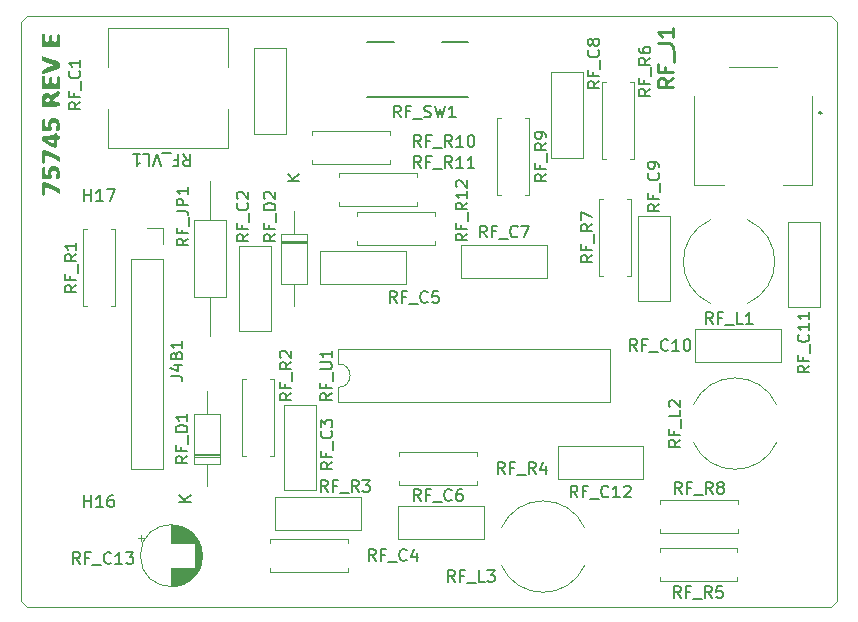
<source format=gbr>
%TF.GenerationSoftware,KiCad,Pcbnew,6.0.11-2627ca5db0~126~ubuntu22.04.1*%
%TF.CreationDate,2023-04-08T21:15:58-04:00*%
%TF.ProjectId,sub_rf_mod,7375625f-7266-45f6-9d6f-642e6b696361,rev?*%
%TF.SameCoordinates,Original*%
%TF.FileFunction,Legend,Top*%
%TF.FilePolarity,Positive*%
%FSLAX46Y46*%
G04 Gerber Fmt 4.6, Leading zero omitted, Abs format (unit mm)*
G04 Created by KiCad (PCBNEW 6.0.11-2627ca5db0~126~ubuntu22.04.1) date 2023-04-08 21:15:58*
%MOMM*%
%LPD*%
G01*
G04 APERTURE LIST*
%TA.AperFunction,Profile*%
%ADD10C,0.100000*%
%TD*%
%ADD11C,0.150000*%
%ADD12C,0.254000*%
%ADD13C,0.120000*%
%ADD14C,0.100000*%
%ADD15C,0.200000*%
G04 APERTURE END LIST*
D10*
X110744000Y-71374000D02*
X178816000Y-71374000D01*
X110744000Y-71374000D02*
X110236000Y-71882000D01*
X179324000Y-120904000D02*
X179324000Y-71882000D01*
X178816000Y-71374000D02*
X179324000Y-71882000D01*
X110236000Y-120904000D02*
X110744000Y-121412000D01*
X110236000Y-120904000D02*
X110236000Y-71882000D01*
X178816000Y-121412000D02*
X179324000Y-120904000D01*
X110744000Y-121412000D02*
X178816000Y-121412000D01*
D11*
%TO.C,RF_C10*%
X162385619Y-99766380D02*
X162052285Y-99290190D01*
X161814190Y-99766380D02*
X161814190Y-98766380D01*
X162195142Y-98766380D01*
X162290380Y-98814000D01*
X162338000Y-98861619D01*
X162385619Y-98956857D01*
X162385619Y-99099714D01*
X162338000Y-99194952D01*
X162290380Y-99242571D01*
X162195142Y-99290190D01*
X161814190Y-99290190D01*
X163147523Y-99242571D02*
X162814190Y-99242571D01*
X162814190Y-99766380D02*
X162814190Y-98766380D01*
X163290380Y-98766380D01*
X163433238Y-99861619D02*
X164195142Y-99861619D01*
X165004666Y-99671142D02*
X164957047Y-99718761D01*
X164814190Y-99766380D01*
X164718952Y-99766380D01*
X164576095Y-99718761D01*
X164480857Y-99623523D01*
X164433238Y-99528285D01*
X164385619Y-99337809D01*
X164385619Y-99194952D01*
X164433238Y-99004476D01*
X164480857Y-98909238D01*
X164576095Y-98814000D01*
X164718952Y-98766380D01*
X164814190Y-98766380D01*
X164957047Y-98814000D01*
X165004666Y-98861619D01*
X165957047Y-99766380D02*
X165385619Y-99766380D01*
X165671333Y-99766380D02*
X165671333Y-98766380D01*
X165576095Y-98909238D01*
X165480857Y-99004476D01*
X165385619Y-99052095D01*
X166576095Y-98766380D02*
X166671333Y-98766380D01*
X166766571Y-98814000D01*
X166814190Y-98861619D01*
X166861809Y-98956857D01*
X166909428Y-99147333D01*
X166909428Y-99385428D01*
X166861809Y-99575904D01*
X166814190Y-99671142D01*
X166766571Y-99718761D01*
X166671333Y-99766380D01*
X166576095Y-99766380D01*
X166480857Y-99718761D01*
X166433238Y-99671142D01*
X166385619Y-99575904D01*
X166338000Y-99385428D01*
X166338000Y-99147333D01*
X166385619Y-98956857D01*
X166433238Y-98861619D01*
X166480857Y-98814000D01*
X166576095Y-98766380D01*
%TO.C,RF_JP1*%
X124404380Y-90249142D02*
X123928190Y-90582476D01*
X124404380Y-90820571D02*
X123404380Y-90820571D01*
X123404380Y-90439619D01*
X123452000Y-90344380D01*
X123499619Y-90296761D01*
X123594857Y-90249142D01*
X123737714Y-90249142D01*
X123832952Y-90296761D01*
X123880571Y-90344380D01*
X123928190Y-90439619D01*
X123928190Y-90820571D01*
X123880571Y-89487238D02*
X123880571Y-89820571D01*
X124404380Y-89820571D02*
X123404380Y-89820571D01*
X123404380Y-89344380D01*
X124499619Y-89201523D02*
X124499619Y-88439619D01*
X123404380Y-87915809D02*
X124118666Y-87915809D01*
X124261523Y-87963428D01*
X124356761Y-88058666D01*
X124404380Y-88201523D01*
X124404380Y-88296761D01*
X124404380Y-87439619D02*
X123404380Y-87439619D01*
X123404380Y-87058666D01*
X123452000Y-86963428D01*
X123499619Y-86915809D01*
X123594857Y-86868190D01*
X123737714Y-86868190D01*
X123832952Y-86915809D01*
X123880571Y-86963428D01*
X123928190Y-87058666D01*
X123928190Y-87439619D01*
X124404380Y-85915809D02*
X124404380Y-86487238D01*
X124404380Y-86201523D02*
X123404380Y-86201523D01*
X123547238Y-86296761D01*
X123642476Y-86392000D01*
X123690095Y-86487238D01*
%TO.C,RF_C6*%
X144065809Y-112466380D02*
X143732476Y-111990190D01*
X143494380Y-112466380D02*
X143494380Y-111466380D01*
X143875333Y-111466380D01*
X143970571Y-111514000D01*
X144018190Y-111561619D01*
X144065809Y-111656857D01*
X144065809Y-111799714D01*
X144018190Y-111894952D01*
X143970571Y-111942571D01*
X143875333Y-111990190D01*
X143494380Y-111990190D01*
X144827714Y-111942571D02*
X144494380Y-111942571D01*
X144494380Y-112466380D02*
X144494380Y-111466380D01*
X144970571Y-111466380D01*
X145113428Y-112561619D02*
X145875333Y-112561619D01*
X146684857Y-112371142D02*
X146637238Y-112418761D01*
X146494380Y-112466380D01*
X146399142Y-112466380D01*
X146256285Y-112418761D01*
X146161047Y-112323523D01*
X146113428Y-112228285D01*
X146065809Y-112037809D01*
X146065809Y-111894952D01*
X146113428Y-111704476D01*
X146161047Y-111609238D01*
X146256285Y-111514000D01*
X146399142Y-111466380D01*
X146494380Y-111466380D01*
X146637238Y-111514000D01*
X146684857Y-111561619D01*
X147542000Y-111466380D02*
X147351523Y-111466380D01*
X147256285Y-111514000D01*
X147208666Y-111561619D01*
X147113428Y-111704476D01*
X147065809Y-111894952D01*
X147065809Y-112275904D01*
X147113428Y-112371142D01*
X147161047Y-112418761D01*
X147256285Y-112466380D01*
X147446761Y-112466380D01*
X147542000Y-112418761D01*
X147589619Y-112371142D01*
X147637238Y-112275904D01*
X147637238Y-112037809D01*
X147589619Y-111942571D01*
X147542000Y-111894952D01*
X147446761Y-111847333D01*
X147256285Y-111847333D01*
X147161047Y-111894952D01*
X147113428Y-111942571D01*
X147065809Y-112037809D01*
%TO.C,RF_C5*%
X142033809Y-95702380D02*
X141700476Y-95226190D01*
X141462380Y-95702380D02*
X141462380Y-94702380D01*
X141843333Y-94702380D01*
X141938571Y-94750000D01*
X141986190Y-94797619D01*
X142033809Y-94892857D01*
X142033809Y-95035714D01*
X141986190Y-95130952D01*
X141938571Y-95178571D01*
X141843333Y-95226190D01*
X141462380Y-95226190D01*
X142795714Y-95178571D02*
X142462380Y-95178571D01*
X142462380Y-95702380D02*
X142462380Y-94702380D01*
X142938571Y-94702380D01*
X143081428Y-95797619D02*
X143843333Y-95797619D01*
X144652857Y-95607142D02*
X144605238Y-95654761D01*
X144462380Y-95702380D01*
X144367142Y-95702380D01*
X144224285Y-95654761D01*
X144129047Y-95559523D01*
X144081428Y-95464285D01*
X144033809Y-95273809D01*
X144033809Y-95130952D01*
X144081428Y-94940476D01*
X144129047Y-94845238D01*
X144224285Y-94750000D01*
X144367142Y-94702380D01*
X144462380Y-94702380D01*
X144605238Y-94750000D01*
X144652857Y-94797619D01*
X145557619Y-94702380D02*
X145081428Y-94702380D01*
X145033809Y-95178571D01*
X145081428Y-95130952D01*
X145176666Y-95083333D01*
X145414761Y-95083333D01*
X145510000Y-95130952D01*
X145557619Y-95178571D01*
X145605238Y-95273809D01*
X145605238Y-95511904D01*
X145557619Y-95607142D01*
X145510000Y-95654761D01*
X145414761Y-95702380D01*
X145176666Y-95702380D01*
X145081428Y-95654761D01*
X145033809Y-95607142D01*
%TO.C,RF_R11*%
X144097619Y-84272380D02*
X143764285Y-83796190D01*
X143526190Y-84272380D02*
X143526190Y-83272380D01*
X143907142Y-83272380D01*
X144002380Y-83320000D01*
X144050000Y-83367619D01*
X144097619Y-83462857D01*
X144097619Y-83605714D01*
X144050000Y-83700952D01*
X144002380Y-83748571D01*
X143907142Y-83796190D01*
X143526190Y-83796190D01*
X144859523Y-83748571D02*
X144526190Y-83748571D01*
X144526190Y-84272380D02*
X144526190Y-83272380D01*
X145002380Y-83272380D01*
X145145238Y-84367619D02*
X145907142Y-84367619D01*
X146716666Y-84272380D02*
X146383333Y-83796190D01*
X146145238Y-84272380D02*
X146145238Y-83272380D01*
X146526190Y-83272380D01*
X146621428Y-83320000D01*
X146669047Y-83367619D01*
X146716666Y-83462857D01*
X146716666Y-83605714D01*
X146669047Y-83700952D01*
X146621428Y-83748571D01*
X146526190Y-83796190D01*
X146145238Y-83796190D01*
X147669047Y-84272380D02*
X147097619Y-84272380D01*
X147383333Y-84272380D02*
X147383333Y-83272380D01*
X147288095Y-83415238D01*
X147192857Y-83510476D01*
X147097619Y-83558095D01*
X148621428Y-84272380D02*
X148050000Y-84272380D01*
X148335714Y-84272380D02*
X148335714Y-83272380D01*
X148240476Y-83415238D01*
X148145238Y-83510476D01*
X148050000Y-83558095D01*
%TO.C,RF_C12*%
X157345619Y-112172380D02*
X157012285Y-111696190D01*
X156774190Y-112172380D02*
X156774190Y-111172380D01*
X157155142Y-111172380D01*
X157250380Y-111220000D01*
X157298000Y-111267619D01*
X157345619Y-111362857D01*
X157345619Y-111505714D01*
X157298000Y-111600952D01*
X157250380Y-111648571D01*
X157155142Y-111696190D01*
X156774190Y-111696190D01*
X158107523Y-111648571D02*
X157774190Y-111648571D01*
X157774190Y-112172380D02*
X157774190Y-111172380D01*
X158250380Y-111172380D01*
X158393238Y-112267619D02*
X159155142Y-112267619D01*
X159964666Y-112077142D02*
X159917047Y-112124761D01*
X159774190Y-112172380D01*
X159678952Y-112172380D01*
X159536095Y-112124761D01*
X159440857Y-112029523D01*
X159393238Y-111934285D01*
X159345619Y-111743809D01*
X159345619Y-111600952D01*
X159393238Y-111410476D01*
X159440857Y-111315238D01*
X159536095Y-111220000D01*
X159678952Y-111172380D01*
X159774190Y-111172380D01*
X159917047Y-111220000D01*
X159964666Y-111267619D01*
X160917047Y-112172380D02*
X160345619Y-112172380D01*
X160631333Y-112172380D02*
X160631333Y-111172380D01*
X160536095Y-111315238D01*
X160440857Y-111410476D01*
X160345619Y-111458095D01*
X161298000Y-111267619D02*
X161345619Y-111220000D01*
X161440857Y-111172380D01*
X161678952Y-111172380D01*
X161774190Y-111220000D01*
X161821809Y-111267619D01*
X161869428Y-111362857D01*
X161869428Y-111458095D01*
X161821809Y-111600952D01*
X161250380Y-112172380D01*
X161869428Y-112172380D01*
%TO.C,RF_R6*%
X163520380Y-77574190D02*
X163044190Y-77907523D01*
X163520380Y-78145619D02*
X162520380Y-78145619D01*
X162520380Y-77764666D01*
X162568000Y-77669428D01*
X162615619Y-77621809D01*
X162710857Y-77574190D01*
X162853714Y-77574190D01*
X162948952Y-77621809D01*
X162996571Y-77669428D01*
X163044190Y-77764666D01*
X163044190Y-78145619D01*
X162996571Y-76812285D02*
X162996571Y-77145619D01*
X163520380Y-77145619D02*
X162520380Y-77145619D01*
X162520380Y-76669428D01*
X163615619Y-76526571D02*
X163615619Y-75764666D01*
X163520380Y-74955142D02*
X163044190Y-75288476D01*
X163520380Y-75526571D02*
X162520380Y-75526571D01*
X162520380Y-75145619D01*
X162568000Y-75050380D01*
X162615619Y-75002761D01*
X162710857Y-74955142D01*
X162853714Y-74955142D01*
X162948952Y-75002761D01*
X162996571Y-75050380D01*
X163044190Y-75145619D01*
X163044190Y-75526571D01*
X162520380Y-74098000D02*
X162520380Y-74288476D01*
X162568000Y-74383714D01*
X162615619Y-74431333D01*
X162758476Y-74526571D01*
X162948952Y-74574190D01*
X163329904Y-74574190D01*
X163425142Y-74526571D01*
X163472761Y-74478952D01*
X163520380Y-74383714D01*
X163520380Y-74193238D01*
X163472761Y-74098000D01*
X163425142Y-74050380D01*
X163329904Y-74002761D01*
X163091809Y-74002761D01*
X162996571Y-74050380D01*
X162948952Y-74098000D01*
X162901333Y-74193238D01*
X162901333Y-74383714D01*
X162948952Y-74478952D01*
X162996571Y-74526571D01*
X163091809Y-74574190D01*
%TO.C,RF_C2*%
X129484380Y-89868190D02*
X129008190Y-90201523D01*
X129484380Y-90439619D02*
X128484380Y-90439619D01*
X128484380Y-90058666D01*
X128532000Y-89963428D01*
X128579619Y-89915809D01*
X128674857Y-89868190D01*
X128817714Y-89868190D01*
X128912952Y-89915809D01*
X128960571Y-89963428D01*
X129008190Y-90058666D01*
X129008190Y-90439619D01*
X128960571Y-89106285D02*
X128960571Y-89439619D01*
X129484380Y-89439619D02*
X128484380Y-89439619D01*
X128484380Y-88963428D01*
X129579619Y-88820571D02*
X129579619Y-88058666D01*
X129389142Y-87249142D02*
X129436761Y-87296761D01*
X129484380Y-87439619D01*
X129484380Y-87534857D01*
X129436761Y-87677714D01*
X129341523Y-87772952D01*
X129246285Y-87820571D01*
X129055809Y-87868190D01*
X128912952Y-87868190D01*
X128722476Y-87820571D01*
X128627238Y-87772952D01*
X128532000Y-87677714D01*
X128484380Y-87534857D01*
X128484380Y-87439619D01*
X128532000Y-87296761D01*
X128579619Y-87249142D01*
X128579619Y-86868190D02*
X128532000Y-86820571D01*
X128484380Y-86725333D01*
X128484380Y-86487238D01*
X128532000Y-86392000D01*
X128579619Y-86344380D01*
X128674857Y-86296761D01*
X128770095Y-86296761D01*
X128912952Y-86344380D01*
X129484380Y-86915809D01*
X129484380Y-86296761D01*
%TO.C,RF_C13*%
X115231395Y-117800380D02*
X114898061Y-117324190D01*
X114659966Y-117800380D02*
X114659966Y-116800380D01*
X115040918Y-116800380D01*
X115136156Y-116848000D01*
X115183776Y-116895619D01*
X115231395Y-116990857D01*
X115231395Y-117133714D01*
X115183776Y-117228952D01*
X115136156Y-117276571D01*
X115040918Y-117324190D01*
X114659966Y-117324190D01*
X115993299Y-117276571D02*
X115659966Y-117276571D01*
X115659966Y-117800380D02*
X115659966Y-116800380D01*
X116136156Y-116800380D01*
X116279014Y-117895619D02*
X117040918Y-117895619D01*
X117850442Y-117705142D02*
X117802823Y-117752761D01*
X117659966Y-117800380D01*
X117564728Y-117800380D01*
X117421871Y-117752761D01*
X117326633Y-117657523D01*
X117279014Y-117562285D01*
X117231395Y-117371809D01*
X117231395Y-117228952D01*
X117279014Y-117038476D01*
X117326633Y-116943238D01*
X117421871Y-116848000D01*
X117564728Y-116800380D01*
X117659966Y-116800380D01*
X117802823Y-116848000D01*
X117850442Y-116895619D01*
X118802823Y-117800380D02*
X118231395Y-117800380D01*
X118517109Y-117800380D02*
X118517109Y-116800380D01*
X118421871Y-116943238D01*
X118326633Y-117038476D01*
X118231395Y-117086095D01*
X119136156Y-116800380D02*
X119755204Y-116800380D01*
X119421871Y-117181333D01*
X119564728Y-117181333D01*
X119659966Y-117228952D01*
X119707585Y-117276571D01*
X119755204Y-117371809D01*
X119755204Y-117609904D01*
X119707585Y-117705142D01*
X119659966Y-117752761D01*
X119564728Y-117800380D01*
X119279014Y-117800380D01*
X119183776Y-117752761D01*
X119136156Y-117705142D01*
%TO.C,RF_R3*%
X136191809Y-111704380D02*
X135858476Y-111228190D01*
X135620380Y-111704380D02*
X135620380Y-110704380D01*
X136001333Y-110704380D01*
X136096571Y-110752000D01*
X136144190Y-110799619D01*
X136191809Y-110894857D01*
X136191809Y-111037714D01*
X136144190Y-111132952D01*
X136096571Y-111180571D01*
X136001333Y-111228190D01*
X135620380Y-111228190D01*
X136953714Y-111180571D02*
X136620380Y-111180571D01*
X136620380Y-111704380D02*
X136620380Y-110704380D01*
X137096571Y-110704380D01*
X137239428Y-111799619D02*
X138001333Y-111799619D01*
X138810857Y-111704380D02*
X138477523Y-111228190D01*
X138239428Y-111704380D02*
X138239428Y-110704380D01*
X138620380Y-110704380D01*
X138715619Y-110752000D01*
X138763238Y-110799619D01*
X138810857Y-110894857D01*
X138810857Y-111037714D01*
X138763238Y-111132952D01*
X138715619Y-111180571D01*
X138620380Y-111228190D01*
X138239428Y-111228190D01*
X139144190Y-110704380D02*
X139763238Y-110704380D01*
X139429904Y-111085333D01*
X139572761Y-111085333D01*
X139668000Y-111132952D01*
X139715619Y-111180571D01*
X139763238Y-111275809D01*
X139763238Y-111513904D01*
X139715619Y-111609142D01*
X139668000Y-111656761D01*
X139572761Y-111704380D01*
X139287047Y-111704380D01*
X139191809Y-111656761D01*
X139144190Y-111609142D01*
%TO.C,RF_L3*%
X146955047Y-119324380D02*
X146621714Y-118848190D01*
X146383619Y-119324380D02*
X146383619Y-118324380D01*
X146764571Y-118324380D01*
X146859809Y-118372000D01*
X146907428Y-118419619D01*
X146955047Y-118514857D01*
X146955047Y-118657714D01*
X146907428Y-118752952D01*
X146859809Y-118800571D01*
X146764571Y-118848190D01*
X146383619Y-118848190D01*
X147716952Y-118800571D02*
X147383619Y-118800571D01*
X147383619Y-119324380D02*
X147383619Y-118324380D01*
X147859809Y-118324380D01*
X148002666Y-119419619D02*
X148764571Y-119419619D01*
X149478857Y-119324380D02*
X149002666Y-119324380D01*
X149002666Y-118324380D01*
X149716952Y-118324380D02*
X150336000Y-118324380D01*
X150002666Y-118705333D01*
X150145523Y-118705333D01*
X150240761Y-118752952D01*
X150288380Y-118800571D01*
X150336000Y-118895809D01*
X150336000Y-119133904D01*
X150288380Y-119229142D01*
X150240761Y-119276761D01*
X150145523Y-119324380D01*
X149859809Y-119324380D01*
X149764571Y-119276761D01*
X149716952Y-119229142D01*
%TO.C,RF_C11*%
X176982380Y-101012380D02*
X176506190Y-101345714D01*
X176982380Y-101583809D02*
X175982380Y-101583809D01*
X175982380Y-101202857D01*
X176030000Y-101107619D01*
X176077619Y-101060000D01*
X176172857Y-101012380D01*
X176315714Y-101012380D01*
X176410952Y-101060000D01*
X176458571Y-101107619D01*
X176506190Y-101202857D01*
X176506190Y-101583809D01*
X176458571Y-100250476D02*
X176458571Y-100583809D01*
X176982380Y-100583809D02*
X175982380Y-100583809D01*
X175982380Y-100107619D01*
X177077619Y-99964761D02*
X177077619Y-99202857D01*
X176887142Y-98393333D02*
X176934761Y-98440952D01*
X176982380Y-98583809D01*
X176982380Y-98679047D01*
X176934761Y-98821904D01*
X176839523Y-98917142D01*
X176744285Y-98964761D01*
X176553809Y-99012380D01*
X176410952Y-99012380D01*
X176220476Y-98964761D01*
X176125238Y-98917142D01*
X176030000Y-98821904D01*
X175982380Y-98679047D01*
X175982380Y-98583809D01*
X176030000Y-98440952D01*
X176077619Y-98393333D01*
X176982380Y-97440952D02*
X176982380Y-98012380D01*
X176982380Y-97726666D02*
X175982380Y-97726666D01*
X176125238Y-97821904D01*
X176220476Y-97917142D01*
X176268095Y-98012380D01*
X176982380Y-96488571D02*
X176982380Y-97060000D01*
X176982380Y-96774285D02*
X175982380Y-96774285D01*
X176125238Y-96869523D01*
X176220476Y-96964761D01*
X176268095Y-97060000D01*
%TO.C,RF_D1*%
X124316380Y-108664190D02*
X123840190Y-108997523D01*
X124316380Y-109235619D02*
X123316380Y-109235619D01*
X123316380Y-108854666D01*
X123364000Y-108759428D01*
X123411619Y-108711809D01*
X123506857Y-108664190D01*
X123649714Y-108664190D01*
X123744952Y-108711809D01*
X123792571Y-108759428D01*
X123840190Y-108854666D01*
X123840190Y-109235619D01*
X123792571Y-107902285D02*
X123792571Y-108235619D01*
X124316380Y-108235619D02*
X123316380Y-108235619D01*
X123316380Y-107759428D01*
X124411619Y-107616571D02*
X124411619Y-106854666D01*
X124316380Y-106616571D02*
X123316380Y-106616571D01*
X123316380Y-106378476D01*
X123364000Y-106235619D01*
X123459238Y-106140380D01*
X123554476Y-106092761D01*
X123744952Y-106045142D01*
X123887809Y-106045142D01*
X124078285Y-106092761D01*
X124173523Y-106140380D01*
X124268761Y-106235619D01*
X124316380Y-106378476D01*
X124316380Y-106616571D01*
X124316380Y-105092761D02*
X124316380Y-105664190D01*
X124316380Y-105378476D02*
X123316380Y-105378476D01*
X123459238Y-105473714D01*
X123554476Y-105568952D01*
X123602095Y-105664190D01*
X124636380Y-112529904D02*
X123636380Y-112529904D01*
X124636380Y-111958476D02*
X124064952Y-112387047D01*
X123636380Y-111958476D02*
X124207809Y-112529904D01*
%TO.C,RF_D2*%
X131770380Y-89868190D02*
X131294190Y-90201523D01*
X131770380Y-90439619D02*
X130770380Y-90439619D01*
X130770380Y-90058666D01*
X130818000Y-89963428D01*
X130865619Y-89915809D01*
X130960857Y-89868190D01*
X131103714Y-89868190D01*
X131198952Y-89915809D01*
X131246571Y-89963428D01*
X131294190Y-90058666D01*
X131294190Y-90439619D01*
X131246571Y-89106285D02*
X131246571Y-89439619D01*
X131770380Y-89439619D02*
X130770380Y-89439619D01*
X130770380Y-88963428D01*
X131865619Y-88820571D02*
X131865619Y-88058666D01*
X131770380Y-87820571D02*
X130770380Y-87820571D01*
X130770380Y-87582476D01*
X130818000Y-87439619D01*
X130913238Y-87344380D01*
X131008476Y-87296761D01*
X131198952Y-87249142D01*
X131341809Y-87249142D01*
X131532285Y-87296761D01*
X131627523Y-87344380D01*
X131722761Y-87439619D01*
X131770380Y-87582476D01*
X131770380Y-87820571D01*
X130865619Y-86868190D02*
X130818000Y-86820571D01*
X130770380Y-86725333D01*
X130770380Y-86487238D01*
X130818000Y-86392000D01*
X130865619Y-86344380D01*
X130960857Y-86296761D01*
X131056095Y-86296761D01*
X131198952Y-86344380D01*
X131770380Y-86915809D01*
X131770380Y-86296761D01*
X133802380Y-85351904D02*
X132802380Y-85351904D01*
X133802380Y-84780476D02*
X133230952Y-85209047D01*
X132802380Y-84780476D02*
X133373809Y-85351904D01*
%TO.C,RF_C1*%
X115260380Y-78692190D02*
X114784190Y-79025523D01*
X115260380Y-79263619D02*
X114260380Y-79263619D01*
X114260380Y-78882666D01*
X114308000Y-78787428D01*
X114355619Y-78739809D01*
X114450857Y-78692190D01*
X114593714Y-78692190D01*
X114688952Y-78739809D01*
X114736571Y-78787428D01*
X114784190Y-78882666D01*
X114784190Y-79263619D01*
X114736571Y-77930285D02*
X114736571Y-78263619D01*
X115260380Y-78263619D02*
X114260380Y-78263619D01*
X114260380Y-77787428D01*
X115355619Y-77644571D02*
X115355619Y-76882666D01*
X115165142Y-76073142D02*
X115212761Y-76120761D01*
X115260380Y-76263619D01*
X115260380Y-76358857D01*
X115212761Y-76501714D01*
X115117523Y-76596952D01*
X115022285Y-76644571D01*
X114831809Y-76692190D01*
X114688952Y-76692190D01*
X114498476Y-76644571D01*
X114403238Y-76596952D01*
X114308000Y-76501714D01*
X114260380Y-76358857D01*
X114260380Y-76263619D01*
X114308000Y-76120761D01*
X114355619Y-76073142D01*
X115260380Y-75120761D02*
X115260380Y-75692190D01*
X115260380Y-75406476D02*
X114260380Y-75406476D01*
X114403238Y-75501714D01*
X114498476Y-75596952D01*
X114546095Y-75692190D01*
%TO.C,RF_R2*%
X133124380Y-103330190D02*
X132648190Y-103663523D01*
X133124380Y-103901619D02*
X132124380Y-103901619D01*
X132124380Y-103520666D01*
X132172000Y-103425428D01*
X132219619Y-103377809D01*
X132314857Y-103330190D01*
X132457714Y-103330190D01*
X132552952Y-103377809D01*
X132600571Y-103425428D01*
X132648190Y-103520666D01*
X132648190Y-103901619D01*
X132600571Y-102568285D02*
X132600571Y-102901619D01*
X133124380Y-102901619D02*
X132124380Y-102901619D01*
X132124380Y-102425428D01*
X133219619Y-102282571D02*
X133219619Y-101520666D01*
X133124380Y-100711142D02*
X132648190Y-101044476D01*
X133124380Y-101282571D02*
X132124380Y-101282571D01*
X132124380Y-100901619D01*
X132172000Y-100806380D01*
X132219619Y-100758761D01*
X132314857Y-100711142D01*
X132457714Y-100711142D01*
X132552952Y-100758761D01*
X132600571Y-100806380D01*
X132648190Y-100901619D01*
X132648190Y-101282571D01*
X132219619Y-100330190D02*
X132172000Y-100282571D01*
X132124380Y-100187333D01*
X132124380Y-99949238D01*
X132172000Y-99854000D01*
X132219619Y-99806380D01*
X132314857Y-99758761D01*
X132410095Y-99758761D01*
X132552952Y-99806380D01*
X133124380Y-100377809D01*
X133124380Y-99758761D01*
%TO.C,RF_U1*%
X136552380Y-103354000D02*
X136076190Y-103687333D01*
X136552380Y-103925428D02*
X135552380Y-103925428D01*
X135552380Y-103544476D01*
X135600000Y-103449238D01*
X135647619Y-103401619D01*
X135742857Y-103354000D01*
X135885714Y-103354000D01*
X135980952Y-103401619D01*
X136028571Y-103449238D01*
X136076190Y-103544476D01*
X136076190Y-103925428D01*
X136028571Y-102592095D02*
X136028571Y-102925428D01*
X136552380Y-102925428D02*
X135552380Y-102925428D01*
X135552380Y-102449238D01*
X136647619Y-102306380D02*
X136647619Y-101544476D01*
X135552380Y-101306380D02*
X136361904Y-101306380D01*
X136457142Y-101258761D01*
X136504761Y-101211142D01*
X136552380Y-101115904D01*
X136552380Y-100925428D01*
X136504761Y-100830190D01*
X136457142Y-100782571D01*
X136361904Y-100734952D01*
X135552380Y-100734952D01*
X136552380Y-99734952D02*
X136552380Y-100306380D01*
X136552380Y-100020666D02*
X135552380Y-100020666D01*
X135695238Y-100115904D01*
X135790476Y-100211142D01*
X135838095Y-100306380D01*
%TO.C,RF_C7*%
X149653809Y-90154380D02*
X149320476Y-89678190D01*
X149082380Y-90154380D02*
X149082380Y-89154380D01*
X149463333Y-89154380D01*
X149558571Y-89202000D01*
X149606190Y-89249619D01*
X149653809Y-89344857D01*
X149653809Y-89487714D01*
X149606190Y-89582952D01*
X149558571Y-89630571D01*
X149463333Y-89678190D01*
X149082380Y-89678190D01*
X150415714Y-89630571D02*
X150082380Y-89630571D01*
X150082380Y-90154380D02*
X150082380Y-89154380D01*
X150558571Y-89154380D01*
X150701428Y-90249619D02*
X151463333Y-90249619D01*
X152272857Y-90059142D02*
X152225238Y-90106761D01*
X152082380Y-90154380D01*
X151987142Y-90154380D01*
X151844285Y-90106761D01*
X151749047Y-90011523D01*
X151701428Y-89916285D01*
X151653809Y-89725809D01*
X151653809Y-89582952D01*
X151701428Y-89392476D01*
X151749047Y-89297238D01*
X151844285Y-89202000D01*
X151987142Y-89154380D01*
X152082380Y-89154380D01*
X152225238Y-89202000D01*
X152272857Y-89249619D01*
X152606190Y-89154380D02*
X153272857Y-89154380D01*
X152844285Y-90154380D01*
%TO.C,H17*%
X115601904Y-87066380D02*
X115601904Y-86066380D01*
X115601904Y-86542571D02*
X116173333Y-86542571D01*
X116173333Y-87066380D02*
X116173333Y-86066380D01*
X117173333Y-87066380D02*
X116601904Y-87066380D01*
X116887619Y-87066380D02*
X116887619Y-86066380D01*
X116792380Y-86209238D01*
X116697142Y-86304476D01*
X116601904Y-86352095D01*
X117506666Y-86066380D02*
X118173333Y-86066380D01*
X117744761Y-87066380D01*
%TO.C,RF_VL1*%
X123983523Y-83113619D02*
X124316857Y-83589809D01*
X124554952Y-83113619D02*
X124554952Y-84113619D01*
X124174000Y-84113619D01*
X124078761Y-84066000D01*
X124031142Y-84018380D01*
X123983523Y-83923142D01*
X123983523Y-83780285D01*
X124031142Y-83685047D01*
X124078761Y-83637428D01*
X124174000Y-83589809D01*
X124554952Y-83589809D01*
X123221619Y-83637428D02*
X123554952Y-83637428D01*
X123554952Y-83113619D02*
X123554952Y-84113619D01*
X123078761Y-84113619D01*
X122935904Y-83018380D02*
X122174000Y-83018380D01*
X122078761Y-84113619D02*
X121745428Y-83113619D01*
X121412095Y-84113619D01*
X120602571Y-83113619D02*
X121078761Y-83113619D01*
X121078761Y-84113619D01*
X119745428Y-83113619D02*
X120316857Y-83113619D01*
X120031142Y-83113619D02*
X120031142Y-84113619D01*
X120126380Y-83970761D01*
X120221619Y-83875523D01*
X120316857Y-83827904D01*
%TO.C,RF_C4*%
X140255809Y-117546380D02*
X139922476Y-117070190D01*
X139684380Y-117546380D02*
X139684380Y-116546380D01*
X140065333Y-116546380D01*
X140160571Y-116594000D01*
X140208190Y-116641619D01*
X140255809Y-116736857D01*
X140255809Y-116879714D01*
X140208190Y-116974952D01*
X140160571Y-117022571D01*
X140065333Y-117070190D01*
X139684380Y-117070190D01*
X141017714Y-117022571D02*
X140684380Y-117022571D01*
X140684380Y-117546380D02*
X140684380Y-116546380D01*
X141160571Y-116546380D01*
X141303428Y-117641619D02*
X142065333Y-117641619D01*
X142874857Y-117451142D02*
X142827238Y-117498761D01*
X142684380Y-117546380D01*
X142589142Y-117546380D01*
X142446285Y-117498761D01*
X142351047Y-117403523D01*
X142303428Y-117308285D01*
X142255809Y-117117809D01*
X142255809Y-116974952D01*
X142303428Y-116784476D01*
X142351047Y-116689238D01*
X142446285Y-116594000D01*
X142589142Y-116546380D01*
X142684380Y-116546380D01*
X142827238Y-116594000D01*
X142874857Y-116641619D01*
X143732000Y-116879714D02*
X143732000Y-117546380D01*
X143493904Y-116498761D02*
X143255809Y-117213047D01*
X143874857Y-117213047D01*
%TO.C,RF_R5*%
X166087809Y-120678380D02*
X165754476Y-120202190D01*
X165516380Y-120678380D02*
X165516380Y-119678380D01*
X165897333Y-119678380D01*
X165992571Y-119726000D01*
X166040190Y-119773619D01*
X166087809Y-119868857D01*
X166087809Y-120011714D01*
X166040190Y-120106952D01*
X165992571Y-120154571D01*
X165897333Y-120202190D01*
X165516380Y-120202190D01*
X166849714Y-120154571D02*
X166516380Y-120154571D01*
X166516380Y-120678380D02*
X166516380Y-119678380D01*
X166992571Y-119678380D01*
X167135428Y-120773619D02*
X167897333Y-120773619D01*
X168706857Y-120678380D02*
X168373523Y-120202190D01*
X168135428Y-120678380D02*
X168135428Y-119678380D01*
X168516380Y-119678380D01*
X168611619Y-119726000D01*
X168659238Y-119773619D01*
X168706857Y-119868857D01*
X168706857Y-120011714D01*
X168659238Y-120106952D01*
X168611619Y-120154571D01*
X168516380Y-120202190D01*
X168135428Y-120202190D01*
X169611619Y-119678380D02*
X169135428Y-119678380D01*
X169087809Y-120154571D01*
X169135428Y-120106952D01*
X169230666Y-120059333D01*
X169468761Y-120059333D01*
X169564000Y-120106952D01*
X169611619Y-120154571D01*
X169659238Y-120249809D01*
X169659238Y-120487904D01*
X169611619Y-120583142D01*
X169564000Y-120630761D01*
X169468761Y-120678380D01*
X169230666Y-120678380D01*
X169135428Y-120630761D01*
X169087809Y-120583142D01*
%TO.C,J4B1*%
X122896380Y-101893523D02*
X123610666Y-101893523D01*
X123753523Y-101941142D01*
X123848761Y-102036380D01*
X123896380Y-102179238D01*
X123896380Y-102274476D01*
X123229714Y-100988761D02*
X123896380Y-100988761D01*
X122848761Y-101226857D02*
X123563047Y-101464952D01*
X123563047Y-100845904D01*
X123372571Y-100131619D02*
X123420190Y-99988761D01*
X123467809Y-99941142D01*
X123563047Y-99893523D01*
X123705904Y-99893523D01*
X123801142Y-99941142D01*
X123848761Y-99988761D01*
X123896380Y-100084000D01*
X123896380Y-100464952D01*
X122896380Y-100464952D01*
X122896380Y-100131619D01*
X122944000Y-100036380D01*
X122991619Y-99988761D01*
X123086857Y-99941142D01*
X123182095Y-99941142D01*
X123277333Y-99988761D01*
X123324952Y-100036380D01*
X123372571Y-100131619D01*
X123372571Y-100464952D01*
X123896380Y-98941142D02*
X123896380Y-99512571D01*
X123896380Y-99226857D02*
X122896380Y-99226857D01*
X123039238Y-99322095D01*
X123134476Y-99417333D01*
X123182095Y-99512571D01*
%TO.C,RF_R7*%
X158610380Y-91646190D02*
X158134190Y-91979523D01*
X158610380Y-92217619D02*
X157610380Y-92217619D01*
X157610380Y-91836666D01*
X157658000Y-91741428D01*
X157705619Y-91693809D01*
X157800857Y-91646190D01*
X157943714Y-91646190D01*
X158038952Y-91693809D01*
X158086571Y-91741428D01*
X158134190Y-91836666D01*
X158134190Y-92217619D01*
X158086571Y-90884285D02*
X158086571Y-91217619D01*
X158610380Y-91217619D02*
X157610380Y-91217619D01*
X157610380Y-90741428D01*
X158705619Y-90598571D02*
X158705619Y-89836666D01*
X158610380Y-89027142D02*
X158134190Y-89360476D01*
X158610380Y-89598571D02*
X157610380Y-89598571D01*
X157610380Y-89217619D01*
X157658000Y-89122380D01*
X157705619Y-89074761D01*
X157800857Y-89027142D01*
X157943714Y-89027142D01*
X158038952Y-89074761D01*
X158086571Y-89122380D01*
X158134190Y-89217619D01*
X158134190Y-89598571D01*
X157610380Y-88693809D02*
X157610380Y-88027142D01*
X158610380Y-88455714D01*
%TO.C,RF_R8*%
X166163809Y-111874380D02*
X165830476Y-111398190D01*
X165592380Y-111874380D02*
X165592380Y-110874380D01*
X165973333Y-110874380D01*
X166068571Y-110922000D01*
X166116190Y-110969619D01*
X166163809Y-111064857D01*
X166163809Y-111207714D01*
X166116190Y-111302952D01*
X166068571Y-111350571D01*
X165973333Y-111398190D01*
X165592380Y-111398190D01*
X166925714Y-111350571D02*
X166592380Y-111350571D01*
X166592380Y-111874380D02*
X166592380Y-110874380D01*
X167068571Y-110874380D01*
X167211428Y-111969619D02*
X167973333Y-111969619D01*
X168782857Y-111874380D02*
X168449523Y-111398190D01*
X168211428Y-111874380D02*
X168211428Y-110874380D01*
X168592380Y-110874380D01*
X168687619Y-110922000D01*
X168735238Y-110969619D01*
X168782857Y-111064857D01*
X168782857Y-111207714D01*
X168735238Y-111302952D01*
X168687619Y-111350571D01*
X168592380Y-111398190D01*
X168211428Y-111398190D01*
X169354285Y-111302952D02*
X169259047Y-111255333D01*
X169211428Y-111207714D01*
X169163809Y-111112476D01*
X169163809Y-111064857D01*
X169211428Y-110969619D01*
X169259047Y-110922000D01*
X169354285Y-110874380D01*
X169544761Y-110874380D01*
X169640000Y-110922000D01*
X169687619Y-110969619D01*
X169735238Y-111064857D01*
X169735238Y-111112476D01*
X169687619Y-111207714D01*
X169640000Y-111255333D01*
X169544761Y-111302952D01*
X169354285Y-111302952D01*
X169259047Y-111350571D01*
X169211428Y-111398190D01*
X169163809Y-111493428D01*
X169163809Y-111683904D01*
X169211428Y-111779142D01*
X169259047Y-111826761D01*
X169354285Y-111874380D01*
X169544761Y-111874380D01*
X169640000Y-111826761D01*
X169687619Y-111779142D01*
X169735238Y-111683904D01*
X169735238Y-111493428D01*
X169687619Y-111398190D01*
X169640000Y-111350571D01*
X169544761Y-111302952D01*
D12*
%TO.C,RF_J1*%
X165420523Y-76653571D02*
X164815761Y-77076904D01*
X165420523Y-77379285D02*
X164150523Y-77379285D01*
X164150523Y-76895476D01*
X164211000Y-76774523D01*
X164271476Y-76714047D01*
X164392428Y-76653571D01*
X164573857Y-76653571D01*
X164694809Y-76714047D01*
X164755285Y-76774523D01*
X164815761Y-76895476D01*
X164815761Y-77379285D01*
X164755285Y-75685952D02*
X164755285Y-76109285D01*
X165420523Y-76109285D02*
X164150523Y-76109285D01*
X164150523Y-75504523D01*
X165541476Y-75323095D02*
X165541476Y-74355476D01*
X164150523Y-73690238D02*
X165057666Y-73690238D01*
X165239095Y-73750714D01*
X165360047Y-73871666D01*
X165420523Y-74053095D01*
X165420523Y-74174047D01*
X165420523Y-72420238D02*
X165420523Y-73145952D01*
X165420523Y-72783095D02*
X164150523Y-72783095D01*
X164331952Y-72904047D01*
X164452904Y-73025000D01*
X164513380Y-73145952D01*
D11*
%TO.C,RF_C8*%
X159202380Y-76914190D02*
X158726190Y-77247523D01*
X159202380Y-77485619D02*
X158202380Y-77485619D01*
X158202380Y-77104666D01*
X158250000Y-77009428D01*
X158297619Y-76961809D01*
X158392857Y-76914190D01*
X158535714Y-76914190D01*
X158630952Y-76961809D01*
X158678571Y-77009428D01*
X158726190Y-77104666D01*
X158726190Y-77485619D01*
X158678571Y-76152285D02*
X158678571Y-76485619D01*
X159202380Y-76485619D02*
X158202380Y-76485619D01*
X158202380Y-76009428D01*
X159297619Y-75866571D02*
X159297619Y-75104666D01*
X159107142Y-74295142D02*
X159154761Y-74342761D01*
X159202380Y-74485619D01*
X159202380Y-74580857D01*
X159154761Y-74723714D01*
X159059523Y-74818952D01*
X158964285Y-74866571D01*
X158773809Y-74914190D01*
X158630952Y-74914190D01*
X158440476Y-74866571D01*
X158345238Y-74818952D01*
X158250000Y-74723714D01*
X158202380Y-74580857D01*
X158202380Y-74485619D01*
X158250000Y-74342761D01*
X158297619Y-74295142D01*
X158630952Y-73723714D02*
X158583333Y-73818952D01*
X158535714Y-73866571D01*
X158440476Y-73914190D01*
X158392857Y-73914190D01*
X158297619Y-73866571D01*
X158250000Y-73818952D01*
X158202380Y-73723714D01*
X158202380Y-73533238D01*
X158250000Y-73438000D01*
X158297619Y-73390380D01*
X158392857Y-73342761D01*
X158440476Y-73342761D01*
X158535714Y-73390380D01*
X158583333Y-73438000D01*
X158630952Y-73533238D01*
X158630952Y-73723714D01*
X158678571Y-73818952D01*
X158726190Y-73866571D01*
X158821428Y-73914190D01*
X159011904Y-73914190D01*
X159107142Y-73866571D01*
X159154761Y-73818952D01*
X159202380Y-73723714D01*
X159202380Y-73533238D01*
X159154761Y-73438000D01*
X159107142Y-73390380D01*
X159011904Y-73342761D01*
X158821428Y-73342761D01*
X158726190Y-73390380D01*
X158678571Y-73438000D01*
X158630952Y-73533238D01*
%TO.C,RF_C9*%
X164282380Y-87328190D02*
X163806190Y-87661523D01*
X164282380Y-87899619D02*
X163282380Y-87899619D01*
X163282380Y-87518666D01*
X163330000Y-87423428D01*
X163377619Y-87375809D01*
X163472857Y-87328190D01*
X163615714Y-87328190D01*
X163710952Y-87375809D01*
X163758571Y-87423428D01*
X163806190Y-87518666D01*
X163806190Y-87899619D01*
X163758571Y-86566285D02*
X163758571Y-86899619D01*
X164282380Y-86899619D02*
X163282380Y-86899619D01*
X163282380Y-86423428D01*
X164377619Y-86280571D02*
X164377619Y-85518666D01*
X164187142Y-84709142D02*
X164234761Y-84756761D01*
X164282380Y-84899619D01*
X164282380Y-84994857D01*
X164234761Y-85137714D01*
X164139523Y-85232952D01*
X164044285Y-85280571D01*
X163853809Y-85328190D01*
X163710952Y-85328190D01*
X163520476Y-85280571D01*
X163425238Y-85232952D01*
X163330000Y-85137714D01*
X163282380Y-84994857D01*
X163282380Y-84899619D01*
X163330000Y-84756761D01*
X163377619Y-84709142D01*
X164282380Y-84232952D02*
X164282380Y-84042476D01*
X164234761Y-83947238D01*
X164187142Y-83899619D01*
X164044285Y-83804380D01*
X163853809Y-83756761D01*
X163472857Y-83756761D01*
X163377619Y-83804380D01*
X163330000Y-83852000D01*
X163282380Y-83947238D01*
X163282380Y-84137714D01*
X163330000Y-84232952D01*
X163377619Y-84280571D01*
X163472857Y-84328190D01*
X163710952Y-84328190D01*
X163806190Y-84280571D01*
X163853809Y-84232952D01*
X163901428Y-84137714D01*
X163901428Y-83947238D01*
X163853809Y-83852000D01*
X163806190Y-83804380D01*
X163710952Y-83756761D01*
%TO.C,H16*%
X115601904Y-112974380D02*
X115601904Y-111974380D01*
X115601904Y-112450571D02*
X116173333Y-112450571D01*
X116173333Y-112974380D02*
X116173333Y-111974380D01*
X117173333Y-112974380D02*
X116601904Y-112974380D01*
X116887619Y-112974380D02*
X116887619Y-111974380D01*
X116792380Y-112117238D01*
X116697142Y-112212476D01*
X116601904Y-112260095D01*
X118030476Y-111974380D02*
X117840000Y-111974380D01*
X117744761Y-112022000D01*
X117697142Y-112069619D01*
X117601904Y-112212476D01*
X117554285Y-112402952D01*
X117554285Y-112783904D01*
X117601904Y-112879142D01*
X117649523Y-112926761D01*
X117744761Y-112974380D01*
X117935238Y-112974380D01*
X118030476Y-112926761D01*
X118078095Y-112879142D01*
X118125714Y-112783904D01*
X118125714Y-112545809D01*
X118078095Y-112450571D01*
X118030476Y-112402952D01*
X117935238Y-112355333D01*
X117744761Y-112355333D01*
X117649523Y-112402952D01*
X117601904Y-112450571D01*
X117554285Y-112545809D01*
%TO.C,RF_R4*%
X151177809Y-110180380D02*
X150844476Y-109704190D01*
X150606380Y-110180380D02*
X150606380Y-109180380D01*
X150987333Y-109180380D01*
X151082571Y-109228000D01*
X151130190Y-109275619D01*
X151177809Y-109370857D01*
X151177809Y-109513714D01*
X151130190Y-109608952D01*
X151082571Y-109656571D01*
X150987333Y-109704190D01*
X150606380Y-109704190D01*
X151939714Y-109656571D02*
X151606380Y-109656571D01*
X151606380Y-110180380D02*
X151606380Y-109180380D01*
X152082571Y-109180380D01*
X152225428Y-110275619D02*
X152987333Y-110275619D01*
X153796857Y-110180380D02*
X153463523Y-109704190D01*
X153225428Y-110180380D02*
X153225428Y-109180380D01*
X153606380Y-109180380D01*
X153701619Y-109228000D01*
X153749238Y-109275619D01*
X153796857Y-109370857D01*
X153796857Y-109513714D01*
X153749238Y-109608952D01*
X153701619Y-109656571D01*
X153606380Y-109704190D01*
X153225428Y-109704190D01*
X154654000Y-109513714D02*
X154654000Y-110180380D01*
X154415904Y-109132761D02*
X154177809Y-109847047D01*
X154796857Y-109847047D01*
%TO.C,RF_R1*%
X114922380Y-94186190D02*
X114446190Y-94519523D01*
X114922380Y-94757619D02*
X113922380Y-94757619D01*
X113922380Y-94376666D01*
X113970000Y-94281428D01*
X114017619Y-94233809D01*
X114112857Y-94186190D01*
X114255714Y-94186190D01*
X114350952Y-94233809D01*
X114398571Y-94281428D01*
X114446190Y-94376666D01*
X114446190Y-94757619D01*
X114398571Y-93424285D02*
X114398571Y-93757619D01*
X114922380Y-93757619D02*
X113922380Y-93757619D01*
X113922380Y-93281428D01*
X115017619Y-93138571D02*
X115017619Y-92376666D01*
X114922380Y-91567142D02*
X114446190Y-91900476D01*
X114922380Y-92138571D02*
X113922380Y-92138571D01*
X113922380Y-91757619D01*
X113970000Y-91662380D01*
X114017619Y-91614761D01*
X114112857Y-91567142D01*
X114255714Y-91567142D01*
X114350952Y-91614761D01*
X114398571Y-91662380D01*
X114446190Y-91757619D01*
X114446190Y-92138571D01*
X114922380Y-90614761D02*
X114922380Y-91186190D01*
X114922380Y-90900476D02*
X113922380Y-90900476D01*
X114065238Y-90995714D01*
X114160476Y-91090952D01*
X114208095Y-91186190D01*
%TO.C,RF_R9*%
X154714380Y-84788190D02*
X154238190Y-85121523D01*
X154714380Y-85359619D02*
X153714380Y-85359619D01*
X153714380Y-84978666D01*
X153762000Y-84883428D01*
X153809619Y-84835809D01*
X153904857Y-84788190D01*
X154047714Y-84788190D01*
X154142952Y-84835809D01*
X154190571Y-84883428D01*
X154238190Y-84978666D01*
X154238190Y-85359619D01*
X154190571Y-84026285D02*
X154190571Y-84359619D01*
X154714380Y-84359619D02*
X153714380Y-84359619D01*
X153714380Y-83883428D01*
X154809619Y-83740571D02*
X154809619Y-82978666D01*
X154714380Y-82169142D02*
X154238190Y-82502476D01*
X154714380Y-82740571D02*
X153714380Y-82740571D01*
X153714380Y-82359619D01*
X153762000Y-82264380D01*
X153809619Y-82216761D01*
X153904857Y-82169142D01*
X154047714Y-82169142D01*
X154142952Y-82216761D01*
X154190571Y-82264380D01*
X154238190Y-82359619D01*
X154238190Y-82740571D01*
X154714380Y-81692952D02*
X154714380Y-81502476D01*
X154666761Y-81407238D01*
X154619142Y-81359619D01*
X154476285Y-81264380D01*
X154285809Y-81216761D01*
X153904857Y-81216761D01*
X153809619Y-81264380D01*
X153762000Y-81312000D01*
X153714380Y-81407238D01*
X153714380Y-81597714D01*
X153762000Y-81692952D01*
X153809619Y-81740571D01*
X153904857Y-81788190D01*
X154142952Y-81788190D01*
X154238190Y-81740571D01*
X154285809Y-81692952D01*
X154333428Y-81597714D01*
X154333428Y-81407238D01*
X154285809Y-81312000D01*
X154238190Y-81264380D01*
X154142952Y-81216761D01*
%TO.C,RF_SW1*%
X142372190Y-79998380D02*
X142038857Y-79522190D01*
X141800761Y-79998380D02*
X141800761Y-78998380D01*
X142181714Y-78998380D01*
X142276952Y-79046000D01*
X142324571Y-79093619D01*
X142372190Y-79188857D01*
X142372190Y-79331714D01*
X142324571Y-79426952D01*
X142276952Y-79474571D01*
X142181714Y-79522190D01*
X141800761Y-79522190D01*
X143134095Y-79474571D02*
X142800761Y-79474571D01*
X142800761Y-79998380D02*
X142800761Y-78998380D01*
X143276952Y-78998380D01*
X143419809Y-80093619D02*
X144181714Y-80093619D01*
X144372190Y-79950761D02*
X144515047Y-79998380D01*
X144753142Y-79998380D01*
X144848380Y-79950761D01*
X144896000Y-79903142D01*
X144943619Y-79807904D01*
X144943619Y-79712666D01*
X144896000Y-79617428D01*
X144848380Y-79569809D01*
X144753142Y-79522190D01*
X144562666Y-79474571D01*
X144467428Y-79426952D01*
X144419809Y-79379333D01*
X144372190Y-79284095D01*
X144372190Y-79188857D01*
X144419809Y-79093619D01*
X144467428Y-79046000D01*
X144562666Y-78998380D01*
X144800761Y-78998380D01*
X144943619Y-79046000D01*
X145276952Y-78998380D02*
X145515047Y-79998380D01*
X145705523Y-79284095D01*
X145896000Y-79998380D01*
X146134095Y-78998380D01*
X147038857Y-79998380D02*
X146467428Y-79998380D01*
X146753142Y-79998380D02*
X146753142Y-78998380D01*
X146657904Y-79141238D01*
X146562666Y-79236476D01*
X146467428Y-79284095D01*
%TO.C,RF_R10*%
X144097619Y-82494380D02*
X143764285Y-82018190D01*
X143526190Y-82494380D02*
X143526190Y-81494380D01*
X143907142Y-81494380D01*
X144002380Y-81542000D01*
X144050000Y-81589619D01*
X144097619Y-81684857D01*
X144097619Y-81827714D01*
X144050000Y-81922952D01*
X144002380Y-81970571D01*
X143907142Y-82018190D01*
X143526190Y-82018190D01*
X144859523Y-81970571D02*
X144526190Y-81970571D01*
X144526190Y-82494380D02*
X144526190Y-81494380D01*
X145002380Y-81494380D01*
X145145238Y-82589619D02*
X145907142Y-82589619D01*
X146716666Y-82494380D02*
X146383333Y-82018190D01*
X146145238Y-82494380D02*
X146145238Y-81494380D01*
X146526190Y-81494380D01*
X146621428Y-81542000D01*
X146669047Y-81589619D01*
X146716666Y-81684857D01*
X146716666Y-81827714D01*
X146669047Y-81922952D01*
X146621428Y-81970571D01*
X146526190Y-82018190D01*
X146145238Y-82018190D01*
X147669047Y-82494380D02*
X147097619Y-82494380D01*
X147383333Y-82494380D02*
X147383333Y-81494380D01*
X147288095Y-81637238D01*
X147192857Y-81732476D01*
X147097619Y-81780095D01*
X148288095Y-81494380D02*
X148383333Y-81494380D01*
X148478571Y-81542000D01*
X148526190Y-81589619D01*
X148573809Y-81684857D01*
X148621428Y-81875333D01*
X148621428Y-82113428D01*
X148573809Y-82303904D01*
X148526190Y-82399142D01*
X148478571Y-82446761D01*
X148383333Y-82494380D01*
X148288095Y-82494380D01*
X148192857Y-82446761D01*
X148145238Y-82399142D01*
X148097619Y-82303904D01*
X148050000Y-82113428D01*
X148050000Y-81875333D01*
X148097619Y-81684857D01*
X148145238Y-81589619D01*
X148192857Y-81542000D01*
X148288095Y-81494380D01*
%TO.C,RF_L1*%
X168799047Y-97480380D02*
X168465714Y-97004190D01*
X168227619Y-97480380D02*
X168227619Y-96480380D01*
X168608571Y-96480380D01*
X168703809Y-96528000D01*
X168751428Y-96575619D01*
X168799047Y-96670857D01*
X168799047Y-96813714D01*
X168751428Y-96908952D01*
X168703809Y-96956571D01*
X168608571Y-97004190D01*
X168227619Y-97004190D01*
X169560952Y-96956571D02*
X169227619Y-96956571D01*
X169227619Y-97480380D02*
X169227619Y-96480380D01*
X169703809Y-96480380D01*
X169846666Y-97575619D02*
X170608571Y-97575619D01*
X171322857Y-97480380D02*
X170846666Y-97480380D01*
X170846666Y-96480380D01*
X172180000Y-97480380D02*
X171608571Y-97480380D01*
X171894285Y-97480380D02*
X171894285Y-96480380D01*
X171799047Y-96623238D01*
X171703809Y-96718476D01*
X171608571Y-96766095D01*
%TO.C,RF_C3*%
X136596380Y-109172190D02*
X136120190Y-109505523D01*
X136596380Y-109743619D02*
X135596380Y-109743619D01*
X135596380Y-109362666D01*
X135644000Y-109267428D01*
X135691619Y-109219809D01*
X135786857Y-109172190D01*
X135929714Y-109172190D01*
X136024952Y-109219809D01*
X136072571Y-109267428D01*
X136120190Y-109362666D01*
X136120190Y-109743619D01*
X136072571Y-108410285D02*
X136072571Y-108743619D01*
X136596380Y-108743619D02*
X135596380Y-108743619D01*
X135596380Y-108267428D01*
X136691619Y-108124571D02*
X136691619Y-107362666D01*
X136501142Y-106553142D02*
X136548761Y-106600761D01*
X136596380Y-106743619D01*
X136596380Y-106838857D01*
X136548761Y-106981714D01*
X136453523Y-107076952D01*
X136358285Y-107124571D01*
X136167809Y-107172190D01*
X136024952Y-107172190D01*
X135834476Y-107124571D01*
X135739238Y-107076952D01*
X135644000Y-106981714D01*
X135596380Y-106838857D01*
X135596380Y-106743619D01*
X135644000Y-106600761D01*
X135691619Y-106553142D01*
X135596380Y-106219809D02*
X135596380Y-105600761D01*
X135977333Y-105934095D01*
X135977333Y-105791238D01*
X136024952Y-105696000D01*
X136072571Y-105648380D01*
X136167809Y-105600761D01*
X136405904Y-105600761D01*
X136501142Y-105648380D01*
X136548761Y-105696000D01*
X136596380Y-105791238D01*
X136596380Y-106076952D01*
X136548761Y-106172190D01*
X136501142Y-106219809D01*
%TO.C,RF_R12*%
X148026380Y-89836380D02*
X147550190Y-90169714D01*
X148026380Y-90407809D02*
X147026380Y-90407809D01*
X147026380Y-90026857D01*
X147074000Y-89931619D01*
X147121619Y-89884000D01*
X147216857Y-89836380D01*
X147359714Y-89836380D01*
X147454952Y-89884000D01*
X147502571Y-89931619D01*
X147550190Y-90026857D01*
X147550190Y-90407809D01*
X147502571Y-89074476D02*
X147502571Y-89407809D01*
X148026380Y-89407809D02*
X147026380Y-89407809D01*
X147026380Y-88931619D01*
X148121619Y-88788761D02*
X148121619Y-88026857D01*
X148026380Y-87217333D02*
X147550190Y-87550666D01*
X148026380Y-87788761D02*
X147026380Y-87788761D01*
X147026380Y-87407809D01*
X147074000Y-87312571D01*
X147121619Y-87264952D01*
X147216857Y-87217333D01*
X147359714Y-87217333D01*
X147454952Y-87264952D01*
X147502571Y-87312571D01*
X147550190Y-87407809D01*
X147550190Y-87788761D01*
X148026380Y-86264952D02*
X148026380Y-86836380D01*
X148026380Y-86550666D02*
X147026380Y-86550666D01*
X147169238Y-86645904D01*
X147264476Y-86741142D01*
X147312095Y-86836380D01*
X147121619Y-85884000D02*
X147074000Y-85836380D01*
X147026380Y-85741142D01*
X147026380Y-85503047D01*
X147074000Y-85407809D01*
X147121619Y-85360190D01*
X147216857Y-85312571D01*
X147312095Y-85312571D01*
X147454952Y-85360190D01*
X148026380Y-85931619D01*
X148026380Y-85312571D01*
%TO.C,RF_L2*%
X166060380Y-107298952D02*
X165584190Y-107632285D01*
X166060380Y-107870380D02*
X165060380Y-107870380D01*
X165060380Y-107489428D01*
X165108000Y-107394190D01*
X165155619Y-107346571D01*
X165250857Y-107298952D01*
X165393714Y-107298952D01*
X165488952Y-107346571D01*
X165536571Y-107394190D01*
X165584190Y-107489428D01*
X165584190Y-107870380D01*
X165536571Y-106537047D02*
X165536571Y-106870380D01*
X166060380Y-106870380D02*
X165060380Y-106870380D01*
X165060380Y-106394190D01*
X166155619Y-106251333D02*
X166155619Y-105489428D01*
X166060380Y-104775142D02*
X166060380Y-105251333D01*
X165060380Y-105251333D01*
X165155619Y-104489428D02*
X165108000Y-104441809D01*
X165060380Y-104346571D01*
X165060380Y-104108476D01*
X165108000Y-104013238D01*
X165155619Y-103965619D01*
X165250857Y-103918000D01*
X165346095Y-103918000D01*
X165488952Y-103965619D01*
X166060380Y-104537047D01*
X166060380Y-103918000D01*
D13*
%TO.C,RF_C10*%
X167322000Y-97944000D02*
X167322000Y-100684000D01*
X174562000Y-97944000D02*
X174562000Y-100684000D01*
X167322000Y-100684000D02*
X174562000Y-100684000D01*
X167322000Y-97944000D02*
X174562000Y-97944000D01*
%TO.C,RF_JP1*%
X127608000Y-95218000D02*
X127608000Y-88678000D01*
X127608000Y-88678000D02*
X124868000Y-88678000D01*
X124868000Y-88678000D02*
X124868000Y-95218000D01*
X124868000Y-95218000D02*
X127608000Y-95218000D01*
X126238000Y-85368000D02*
X126238000Y-88678000D01*
X126238000Y-98528000D02*
X126238000Y-95218000D01*
%TO.C,RF_C6*%
X142176000Y-112930000D02*
X149416000Y-112930000D01*
X149416000Y-112930000D02*
X149416000Y-115670000D01*
X142176000Y-115670000D02*
X149416000Y-115670000D01*
X142176000Y-112930000D02*
X142176000Y-115670000D01*
%TO.C,RF_C5*%
X135572000Y-94080000D02*
X142812000Y-94080000D01*
X142812000Y-91340000D02*
X142812000Y-94080000D01*
X135572000Y-91340000D02*
X135572000Y-94080000D01*
X135572000Y-91340000D02*
X142812000Y-91340000D01*
%TO.C,RF_R11*%
X137192000Y-87146000D02*
X137192000Y-87476000D01*
X137192000Y-85066000D02*
X137192000Y-84736000D01*
X137192000Y-84736000D02*
X143732000Y-84736000D01*
X143732000Y-84736000D02*
X143732000Y-85066000D01*
X143732000Y-87476000D02*
X143732000Y-87146000D01*
X137192000Y-87476000D02*
X143732000Y-87476000D01*
%TO.C,RF_C12*%
X155678000Y-110590000D02*
X155678000Y-107850000D01*
X162918000Y-107850000D02*
X155678000Y-107850000D01*
X162918000Y-110590000D02*
X162918000Y-107850000D01*
X162918000Y-110590000D02*
X155678000Y-110590000D01*
%TO.C,RF_R6*%
X159412000Y-83534000D02*
X159412000Y-76994000D01*
X161822000Y-83534000D02*
X162152000Y-83534000D01*
X159742000Y-83534000D02*
X159412000Y-83534000D01*
X162152000Y-83534000D02*
X162152000Y-76994000D01*
X162152000Y-76994000D02*
X161822000Y-76994000D01*
X159412000Y-76994000D02*
X159742000Y-76994000D01*
%TO.C,RF_C2*%
X128678000Y-90868000D02*
X128678000Y-98108000D01*
X131418000Y-98108000D02*
X128678000Y-98108000D01*
X131418000Y-90868000D02*
X131418000Y-98108000D01*
X131418000Y-90868000D02*
X128678000Y-90868000D01*
%TO.C,RF_C13*%
X125112328Y-115651000D02*
X125112328Y-118537000D01*
X124312328Y-118134000D02*
X124312328Y-119294000D01*
X123111328Y-114518000D02*
X123111328Y-116054000D01*
X124432328Y-118134000D02*
X124432328Y-119216000D01*
X125392328Y-116179000D02*
X125392328Y-118009000D01*
X123311328Y-114538000D02*
X123311328Y-116054000D01*
X124912328Y-118134000D02*
X124912328Y-118793000D01*
X123471328Y-114566000D02*
X123471328Y-116054000D01*
X123191328Y-118134000D02*
X123191328Y-119663000D01*
X124352328Y-118134000D02*
X124352328Y-119269000D01*
X123832328Y-114666000D02*
X123832328Y-116054000D01*
X123391328Y-114551000D02*
X123391328Y-116054000D01*
X124192328Y-118134000D02*
X124192328Y-119362000D01*
X123832328Y-118134000D02*
X123832328Y-119522000D01*
X122951328Y-118134000D02*
X122951328Y-119674000D01*
X124032328Y-118134000D02*
X124032328Y-119442000D01*
X124632328Y-115123000D02*
X124632328Y-116054000D01*
X125312328Y-115996000D02*
X125312328Y-118192000D01*
X123631328Y-118134000D02*
X123631328Y-119585000D01*
X124792328Y-118134000D02*
X124792328Y-118920000D01*
X125512328Y-116576000D02*
X125512328Y-117612000D01*
X123752328Y-118134000D02*
X123752328Y-119549000D01*
X125232328Y-115843000D02*
X125232328Y-118345000D01*
X120146553Y-115619000D02*
X120646553Y-115619000D01*
X123912328Y-118134000D02*
X123912328Y-119492000D01*
X123071328Y-114516000D02*
X123071328Y-116054000D01*
X123992328Y-114729000D02*
X123992328Y-116054000D01*
X124432328Y-114972000D02*
X124432328Y-116054000D01*
X124712328Y-115193000D02*
X124712328Y-116054000D01*
X123872328Y-114680000D02*
X123872328Y-116054000D01*
X123551328Y-118134000D02*
X123551328Y-119605000D01*
X123591328Y-118134000D02*
X123591328Y-119595000D01*
X123031328Y-118134000D02*
X123031328Y-119673000D01*
X125152328Y-115711000D02*
X125152328Y-118477000D01*
X124392328Y-118134000D02*
X124392328Y-119243000D01*
X123431328Y-118134000D02*
X123431328Y-119630000D01*
X124352328Y-114919000D02*
X124352328Y-116054000D01*
X124072328Y-118134000D02*
X124072328Y-119423000D01*
X124152328Y-114804000D02*
X124152328Y-116054000D01*
X124472328Y-118134000D02*
X124472328Y-119189000D01*
X123591328Y-114593000D02*
X123591328Y-116054000D01*
X125552328Y-116810000D02*
X125552328Y-117378000D01*
X125472328Y-116417000D02*
X125472328Y-117771000D01*
X124232328Y-114847000D02*
X124232328Y-116054000D01*
X124312328Y-114894000D02*
X124312328Y-116054000D01*
X123952328Y-114712000D02*
X123952328Y-116054000D01*
X122991328Y-114514000D02*
X122991328Y-116054000D01*
X123431328Y-114558000D02*
X123431328Y-116054000D01*
X124712328Y-118134000D02*
X124712328Y-118995000D01*
X124232328Y-118134000D02*
X124232328Y-119341000D01*
X123231328Y-114529000D02*
X123231328Y-116054000D01*
X122951328Y-114514000D02*
X122951328Y-116054000D01*
X124632328Y-118134000D02*
X124632328Y-119065000D01*
X124872328Y-118134000D02*
X124872328Y-118837000D01*
X125192328Y-115775000D02*
X125192328Y-118413000D01*
X123271328Y-114533000D02*
X123271328Y-116054000D01*
X123511328Y-118134000D02*
X123511328Y-119614000D01*
X123952328Y-118134000D02*
X123952328Y-119476000D01*
X120396553Y-115369000D02*
X120396553Y-115869000D01*
X124832328Y-118134000D02*
X124832328Y-118879000D01*
X123631328Y-114603000D02*
X123631328Y-116054000D01*
X124272328Y-118134000D02*
X124272328Y-119318000D01*
X124792328Y-115268000D02*
X124792328Y-116054000D01*
X123672328Y-118134000D02*
X123672328Y-119574000D01*
X123351328Y-114544000D02*
X123351328Y-116054000D01*
X124952328Y-118134000D02*
X124952328Y-118747000D01*
X123872328Y-118134000D02*
X123872328Y-119508000D01*
X123151328Y-118134000D02*
X123151328Y-119667000D01*
X124192328Y-114826000D02*
X124192328Y-116054000D01*
X123231328Y-118134000D02*
X123231328Y-119659000D01*
X125032328Y-115540000D02*
X125032328Y-118648000D01*
X124592328Y-115090000D02*
X124592328Y-116054000D01*
X122991328Y-118134000D02*
X122991328Y-119674000D01*
X125272328Y-115916000D02*
X125272328Y-118272000D01*
X124112328Y-114784000D02*
X124112328Y-116054000D01*
X124512328Y-115029000D02*
X124512328Y-116054000D01*
X124672328Y-115157000D02*
X124672328Y-116054000D01*
X123752328Y-114639000D02*
X123752328Y-116054000D01*
X124952328Y-115441000D02*
X124952328Y-116054000D01*
X123912328Y-114696000D02*
X123912328Y-116054000D01*
X123071328Y-118134000D02*
X123071328Y-119672000D01*
X123712328Y-114626000D02*
X123712328Y-116054000D01*
X123992328Y-118134000D02*
X123992328Y-119459000D01*
X123191328Y-114525000D02*
X123191328Y-116054000D01*
X124752328Y-118134000D02*
X124752328Y-118958000D01*
X125072328Y-115594000D02*
X125072328Y-118594000D01*
X123712328Y-118134000D02*
X123712328Y-119562000D01*
X124592328Y-118134000D02*
X124592328Y-119098000D01*
X124032328Y-114746000D02*
X124032328Y-116054000D01*
X124552328Y-115059000D02*
X124552328Y-116054000D01*
X123391328Y-118134000D02*
X123391328Y-119637000D01*
X124072328Y-114765000D02*
X124072328Y-116054000D01*
X123672328Y-114614000D02*
X123672328Y-116054000D01*
X124832328Y-115309000D02*
X124832328Y-116054000D01*
X123471328Y-118134000D02*
X123471328Y-119622000D01*
X123792328Y-114652000D02*
X123792328Y-116054000D01*
X125352328Y-116083000D02*
X125352328Y-118105000D01*
X123551328Y-114583000D02*
X123551328Y-116054000D01*
X123511328Y-114574000D02*
X123511328Y-116054000D01*
X123151328Y-114521000D02*
X123151328Y-116054000D01*
X125432328Y-116289000D02*
X125432328Y-117899000D01*
X123351328Y-118134000D02*
X123351328Y-119644000D01*
X124752328Y-115230000D02*
X124752328Y-116054000D01*
X124912328Y-115395000D02*
X124912328Y-116054000D01*
X123311328Y-118134000D02*
X123311328Y-119650000D01*
X124872328Y-115351000D02*
X124872328Y-116054000D01*
X124112328Y-118134000D02*
X124112328Y-119404000D01*
X124152328Y-118134000D02*
X124152328Y-119384000D01*
X124672328Y-118134000D02*
X124672328Y-119031000D01*
X123792328Y-118134000D02*
X123792328Y-119536000D01*
X124512328Y-118134000D02*
X124512328Y-119159000D01*
X124992328Y-115489000D02*
X124992328Y-118699000D01*
X123271328Y-118134000D02*
X123271328Y-119655000D01*
X124472328Y-114999000D02*
X124472328Y-116054000D01*
X123111328Y-118134000D02*
X123111328Y-119670000D01*
X124552328Y-118134000D02*
X124552328Y-119129000D01*
X124392328Y-114945000D02*
X124392328Y-116054000D01*
X123031328Y-114515000D02*
X123031328Y-116054000D01*
X124272328Y-114870000D02*
X124272328Y-116054000D01*
X125571328Y-117094000D02*
G75*
G03*
X125571328Y-117094000I-2620000J0D01*
G01*
%TO.C,RF_R3*%
X131350000Y-115724000D02*
X137890000Y-115724000D01*
X131350000Y-118134000D02*
X131350000Y-118464000D01*
X131350000Y-118464000D02*
X137890000Y-118464000D01*
X137890000Y-118464000D02*
X137890000Y-118134000D01*
X131350000Y-116054000D02*
X131350000Y-115724000D01*
X137890000Y-115724000D02*
X137890000Y-116054000D01*
%TO.C,RF_L3*%
X150890348Y-117892000D02*
G75*
G03*
X157973652Y-117892000I3541652J1560000D01*
G01*
X157973652Y-114772000D02*
G75*
G03*
X150890348Y-114772000I-3541652J-1560000D01*
G01*
%TO.C,RF_C11*%
X175160000Y-96076000D02*
X177900000Y-96076000D01*
X177900000Y-96076000D02*
X177900000Y-88836000D01*
X175160000Y-96076000D02*
X175160000Y-88836000D01*
X175160000Y-88836000D02*
X177900000Y-88836000D01*
%TO.C,RF_D1*%
X125984000Y-111228000D02*
X125984000Y-109308000D01*
X124864000Y-108468000D02*
X127104000Y-108468000D01*
X124864000Y-109308000D02*
X127104000Y-109308000D01*
X125984000Y-103148000D02*
X125984000Y-105068000D01*
X124864000Y-105068000D02*
X124864000Y-109308000D01*
X127104000Y-109308000D02*
X127104000Y-105068000D01*
X124864000Y-108588000D02*
X127104000Y-108588000D01*
X127104000Y-105068000D02*
X124864000Y-105068000D01*
X124864000Y-108708000D02*
X127104000Y-108708000D01*
%TO.C,RF_D2*%
X133350000Y-87908000D02*
X133350000Y-89828000D01*
X134470000Y-90428000D02*
X132230000Y-90428000D01*
X132230000Y-94068000D02*
X134470000Y-94068000D01*
X133350000Y-95988000D02*
X133350000Y-94068000D01*
X134470000Y-90548000D02*
X132230000Y-90548000D01*
X134470000Y-94068000D02*
X134470000Y-89828000D01*
X134470000Y-90668000D02*
X132230000Y-90668000D01*
X132230000Y-89828000D02*
X132230000Y-94068000D01*
X134470000Y-89828000D02*
X132230000Y-89828000D01*
%TO.C,RF_C1*%
X132688000Y-81384000D02*
X132688000Y-74144000D01*
X129948000Y-81384000D02*
X129948000Y-74144000D01*
X129948000Y-81384000D02*
X132688000Y-81384000D01*
X129948000Y-74144000D02*
X132688000Y-74144000D01*
%TO.C,S5*%
G36*
X112014000Y-78587600D02*
G01*
X112018689Y-78507167D01*
X112284118Y-78507167D01*
X112306736Y-78619467D01*
X112456524Y-78655078D01*
X112479666Y-78655334D01*
X112643871Y-78626078D01*
X112677780Y-78522502D01*
X112675215Y-78507167D01*
X112579341Y-78385250D01*
X112479666Y-78359000D01*
X112329871Y-78423225D01*
X112284118Y-78507167D01*
X112018689Y-78507167D01*
X112030601Y-78302815D01*
X112073451Y-78081601D01*
X112115599Y-77994934D01*
X112308036Y-77904951D01*
X112541015Y-77914933D01*
X112705283Y-78006050D01*
X112798819Y-78062606D01*
X112928639Y-78028050D01*
X113101436Y-77921384D01*
X113337834Y-77774692D01*
X113471425Y-77737526D01*
X113528852Y-77810246D01*
X113538000Y-77927304D01*
X113471915Y-78118492D01*
X113259529Y-78294754D01*
X113241666Y-78305449D01*
X113055061Y-78435209D01*
X112952280Y-78544890D01*
X112945333Y-78567812D01*
X113019752Y-78625658D01*
X113202746Y-78654577D01*
X113241666Y-78655334D01*
X113442064Y-78671148D01*
X113524104Y-78742313D01*
X113538000Y-78867000D01*
X113531932Y-78967200D01*
X113492006Y-79029413D01*
X113385636Y-79062693D01*
X113180237Y-79076091D01*
X112843223Y-79078657D01*
X112776000Y-79078667D01*
X112014000Y-79078667D01*
X112014000Y-78587600D01*
G37*
G36*
X113482236Y-76490741D02*
G01*
X113521829Y-76622023D01*
X113537070Y-76879435D01*
X113538000Y-77004334D01*
X113538000Y-77554667D01*
X112014000Y-77554667D01*
X112014000Y-77004334D01*
X112022478Y-76695644D01*
X112052774Y-76524072D01*
X112112177Y-76458030D01*
X112141000Y-76454000D01*
X112229306Y-76509924D01*
X112265695Y-76695303D01*
X112268000Y-76792667D01*
X112282200Y-77014235D01*
X112339594Y-77112160D01*
X112437333Y-77131334D01*
X112554041Y-77098186D01*
X112601131Y-76968778D01*
X112606666Y-76835000D01*
X112634206Y-76615827D01*
X112722100Y-76539203D01*
X112733666Y-76538667D01*
X112827598Y-76602927D01*
X112860437Y-76808012D01*
X112860666Y-76835000D01*
X112876480Y-77035399D01*
X112947646Y-77117438D01*
X113072333Y-77131334D01*
X113208706Y-77112849D01*
X113269319Y-77025659D01*
X113283924Y-76822160D01*
X113284000Y-76792667D01*
X113304971Y-76557182D01*
X113374488Y-76460147D01*
X113411000Y-76454000D01*
X113482236Y-76490741D01*
G37*
G36*
X112707561Y-75025614D02*
G01*
X113077631Y-75161186D01*
X113317476Y-75256425D01*
X113455271Y-75330865D01*
X113519189Y-75404037D01*
X113537405Y-75495475D01*
X113538000Y-75601352D01*
X113525302Y-75724758D01*
X113465432Y-75817060D01*
X113325724Y-75902016D01*
X113073513Y-76003382D01*
X112898580Y-76066375D01*
X112581246Y-76179453D01*
X112317031Y-76274370D01*
X112153968Y-76333851D01*
X112136580Y-76340412D01*
X112042052Y-76325404D01*
X112014000Y-76171274D01*
X112034236Y-76045946D01*
X112118520Y-75949613D01*
X112302213Y-75854827D01*
X112539230Y-75763588D01*
X113064461Y-75572079D01*
X112539230Y-75404071D01*
X112253922Y-75305857D01*
X112095645Y-75223626D01*
X112027860Y-75129563D01*
X112014000Y-75004279D01*
X112014000Y-74772496D01*
X112707561Y-75025614D01*
G37*
G36*
X113366884Y-80134494D02*
G01*
X113397877Y-80164834D01*
X113479326Y-80332154D01*
X113529008Y-80576812D01*
X113540277Y-80828163D01*
X113506486Y-81015560D01*
X113481555Y-81054223D01*
X113354002Y-81106359D01*
X113303043Y-81110667D01*
X113220046Y-81058516D01*
X113232412Y-80905728D01*
X113249574Y-80647883D01*
X113164346Y-80480064D01*
X113030000Y-80433334D01*
X112872367Y-80503320D01*
X112805381Y-80690744D01*
X112827587Y-80905728D01*
X112846988Y-81025971D01*
X112801365Y-81086682D01*
X112653013Y-81108138D01*
X112446511Y-81110667D01*
X112014000Y-81110667D01*
X112014000Y-80602667D01*
X112023753Y-80307695D01*
X112058328Y-80149325D01*
X112125697Y-80095669D01*
X112141000Y-80094667D01*
X112229306Y-80150590D01*
X112265695Y-80335970D01*
X112268000Y-80433334D01*
X112288971Y-80668819D01*
X112358488Y-80765854D01*
X112395000Y-80772000D01*
X112496001Y-80696568D01*
X112521999Y-80524048D01*
X112566045Y-80296095D01*
X112655047Y-80143048D01*
X112874010Y-80029854D01*
X113138128Y-80027789D01*
X113366884Y-80134494D01*
G37*
G36*
X113366884Y-84198494D02*
G01*
X113397877Y-84228834D01*
X113479326Y-84396154D01*
X113529008Y-84640812D01*
X113540277Y-84892163D01*
X113506486Y-85079560D01*
X113481555Y-85118223D01*
X113354002Y-85170359D01*
X113303043Y-85174667D01*
X113220046Y-85122516D01*
X113232412Y-84969728D01*
X113249574Y-84711883D01*
X113164346Y-84544064D01*
X113030000Y-84497334D01*
X112872367Y-84567320D01*
X112805381Y-84754744D01*
X112827587Y-84969728D01*
X112846988Y-85089971D01*
X112801365Y-85150682D01*
X112653013Y-85172138D01*
X112446511Y-85174667D01*
X112014000Y-85174667D01*
X112014000Y-84666667D01*
X112023753Y-84371695D01*
X112058328Y-84213325D01*
X112125697Y-84159669D01*
X112141000Y-84158667D01*
X112229306Y-84214590D01*
X112265695Y-84399970D01*
X112268000Y-84497334D01*
X112288971Y-84732819D01*
X112358488Y-84829854D01*
X112395000Y-84836000D01*
X112496001Y-84760568D01*
X112521999Y-84588048D01*
X112566045Y-84360095D01*
X112655047Y-84207048D01*
X112874010Y-84093854D01*
X113138128Y-84091789D01*
X113366884Y-84198494D01*
G37*
G36*
X112242767Y-82750505D02*
G01*
X112477092Y-82833439D01*
X112778880Y-82952263D01*
X112880688Y-82994500D01*
X113203906Y-83135639D01*
X113399769Y-83241327D01*
X113499463Y-83335605D01*
X113534171Y-83442513D01*
X113536894Y-83500363D01*
X113538000Y-83731059D01*
X112903000Y-83441680D01*
X112267999Y-83152301D01*
X112267999Y-83528484D01*
X112250963Y-83777855D01*
X112193177Y-83890370D01*
X112141000Y-83904667D01*
X112071998Y-83869813D01*
X112032507Y-83744487D01*
X112015851Y-83497546D01*
X112014000Y-83312000D01*
X112025295Y-82967708D01*
X112061070Y-82775503D01*
X112119794Y-82719334D01*
X112242767Y-82750505D01*
G37*
G36*
X113482236Y-72934741D02*
G01*
X113521829Y-73066023D01*
X113537070Y-73323435D01*
X113538000Y-73448334D01*
X113538000Y-73998667D01*
X112014000Y-73998667D01*
X112014000Y-73448334D01*
X112022478Y-73139644D01*
X112052774Y-72968072D01*
X112112177Y-72902030D01*
X112141000Y-72898000D01*
X112229306Y-72953924D01*
X112265695Y-73139303D01*
X112268000Y-73236667D01*
X112282200Y-73458235D01*
X112339594Y-73556160D01*
X112437333Y-73575334D01*
X112554041Y-73542186D01*
X112601131Y-73412778D01*
X112606666Y-73279000D01*
X112634206Y-73059827D01*
X112722100Y-72983203D01*
X112733666Y-72982667D01*
X112827598Y-73046927D01*
X112860437Y-73252012D01*
X112860666Y-73279000D01*
X112876480Y-73479399D01*
X112947646Y-73561438D01*
X113072333Y-73575334D01*
X113208706Y-73556849D01*
X113269319Y-73469659D01*
X113283924Y-73266160D01*
X113284000Y-73236667D01*
X113304971Y-73001182D01*
X113374488Y-72904147D01*
X113411000Y-72898000D01*
X113482236Y-72934741D01*
G37*
G36*
X112242767Y-85459839D02*
G01*
X112477092Y-85542773D01*
X112778880Y-85661597D01*
X112880688Y-85703834D01*
X113203906Y-85844972D01*
X113399769Y-85950660D01*
X113499463Y-86044938D01*
X113534171Y-86151847D01*
X113536894Y-86209696D01*
X113538000Y-86440392D01*
X112903000Y-86151013D01*
X112267999Y-85861634D01*
X112267999Y-86237817D01*
X112250963Y-86487189D01*
X112193177Y-86599703D01*
X112141000Y-86614000D01*
X112071998Y-86579146D01*
X112032507Y-86453820D01*
X112015851Y-86206880D01*
X112014000Y-86021334D01*
X112025295Y-85677041D01*
X112061070Y-85484836D01*
X112119794Y-85428667D01*
X112242767Y-85459839D01*
G37*
G36*
X112694866Y-82397361D02*
G01*
X112473626Y-82274834D01*
X112212108Y-82102382D01*
X112071786Y-81963697D01*
X112040395Y-81878301D01*
X112479666Y-81878301D01*
X112679546Y-82044817D01*
X112880189Y-82184130D01*
X112992742Y-82187263D01*
X113029891Y-82054112D01*
X113030000Y-82042000D01*
X112994551Y-81922463D01*
X112858287Y-81878149D01*
X112754833Y-81875484D01*
X112479666Y-81878301D01*
X112040395Y-81878301D01*
X112019797Y-81822264D01*
X112016401Y-81766834D01*
X112023395Y-81637930D01*
X112074237Y-81568347D01*
X112208618Y-81539808D01*
X112466231Y-81534033D01*
X112522000Y-81534000D01*
X112816972Y-81524247D01*
X112975341Y-81489672D01*
X113028998Y-81422303D01*
X113030000Y-81407000D01*
X113097772Y-81294752D01*
X113157000Y-81280000D01*
X113269248Y-81347773D01*
X113284000Y-81407000D01*
X113351772Y-81519249D01*
X113411000Y-81534000D01*
X113514428Y-81604587D01*
X113538000Y-81703334D01*
X113485060Y-81841238D01*
X113411000Y-81872667D01*
X113322693Y-81928590D01*
X113286304Y-82113970D01*
X113284000Y-82211334D01*
X113270487Y-82431860D01*
X113214053Y-82529554D01*
X113106224Y-82550000D01*
X112992742Y-82520755D01*
X112941459Y-82507539D01*
X112694866Y-82397361D01*
G37*
%TO.C,RF_R2*%
X129262000Y-102140000D02*
X128932000Y-102140000D01*
X131672000Y-102140000D02*
X131672000Y-108680000D01*
X131672000Y-108680000D02*
X131342000Y-108680000D01*
X128932000Y-108680000D02*
X129262000Y-108680000D01*
X131342000Y-102140000D02*
X131672000Y-102140000D01*
X128932000Y-102140000D02*
X128932000Y-108680000D01*
%TO.C,RF_U1*%
X137100000Y-104104000D02*
X160080000Y-104104000D01*
X160080000Y-99604000D02*
X137100000Y-99604000D01*
X160080000Y-104104000D02*
X160080000Y-99604000D01*
X137100000Y-102854000D02*
X137100000Y-104104000D01*
X137100000Y-99604000D02*
X137100000Y-100854000D01*
X137100000Y-102854000D02*
G75*
G03*
X137100000Y-100854000I0J1000000D01*
G01*
%TO.C,RF_C7*%
X147510000Y-90832000D02*
X154750000Y-90832000D01*
X147510000Y-93572000D02*
X154750000Y-93572000D01*
X154750000Y-90832000D02*
X154750000Y-93572000D01*
X147510000Y-90832000D02*
X147510000Y-93572000D01*
%TO.C,RF_VL1*%
X127762000Y-72390000D02*
X117602000Y-72390000D01*
X127762000Y-82550000D02*
X127762000Y-79248000D01*
X117602000Y-79248000D02*
X117602000Y-82550000D01*
X117602000Y-82550000D02*
X127762000Y-82550000D01*
X127762000Y-75692000D02*
X127762000Y-72390000D01*
X117602000Y-72390000D02*
X117602000Y-75692000D01*
%TO.C,RF_C4*%
X139002000Y-112168000D02*
X131762000Y-112168000D01*
X131762000Y-114908000D02*
X131762000Y-112168000D01*
X139002000Y-114908000D02*
X139002000Y-112168000D01*
X139002000Y-114908000D02*
X131762000Y-114908000D01*
%TO.C,RF_R5*%
X170834000Y-116486000D02*
X164294000Y-116486000D01*
X170834000Y-116816000D02*
X170834000Y-116486000D01*
X164294000Y-116486000D02*
X164294000Y-116816000D01*
X170834000Y-118896000D02*
X170834000Y-119226000D01*
X164294000Y-119226000D02*
X164294000Y-118896000D01*
X170834000Y-119226000D02*
X164294000Y-119226000D01*
%TO.C,J4B1*%
X122234000Y-91948000D02*
X122234000Y-109788000D01*
X122234000Y-89348000D02*
X122234000Y-90678000D01*
X119574000Y-109788000D02*
X122234000Y-109788000D01*
X119574000Y-91948000D02*
X122234000Y-91948000D01*
X119574000Y-91948000D02*
X119574000Y-109788000D01*
X120904000Y-89348000D02*
X122234000Y-89348000D01*
%TO.C,RF_R7*%
X161568000Y-93440000D02*
X161898000Y-93440000D01*
X161898000Y-86900000D02*
X161568000Y-86900000D01*
X159158000Y-93440000D02*
X159158000Y-86900000D01*
X161898000Y-93440000D02*
X161898000Y-86900000D01*
X159158000Y-86900000D02*
X159488000Y-86900000D01*
X159488000Y-93440000D02*
X159158000Y-93440000D01*
%TO.C,RF_R8*%
X170910000Y-115162000D02*
X170910000Y-114832000D01*
X164370000Y-114832000D02*
X164370000Y-115162000D01*
X164370000Y-115162000D02*
X170910000Y-115162000D01*
X164370000Y-112752000D02*
X164370000Y-112422000D01*
X170910000Y-112422000D02*
X170910000Y-112752000D01*
X164370000Y-112422000D02*
X170910000Y-112422000D01*
D14*
%TO.C,RF_J1*%
X174212000Y-75690500D02*
X170212000Y-75690500D01*
X169712000Y-85690500D02*
X167212000Y-85690500D01*
X174712000Y-85690500D02*
X177212000Y-85690500D01*
X167212000Y-85690500D02*
X167212000Y-78190500D01*
X177212000Y-85690500D02*
X177212000Y-78190500D01*
D15*
X177812000Y-79590500D02*
X177812000Y-79590500D01*
X178012000Y-79590500D02*
X178012000Y-79590500D01*
X178012000Y-79590500D02*
G75*
G03*
X177812000Y-79590500I-100000J0D01*
G01*
X177812000Y-79590500D02*
G75*
G03*
X178012000Y-79590500I100000J0D01*
G01*
D13*
%TO.C,RF_C8*%
X155094000Y-76176000D02*
X157834000Y-76176000D01*
X157834000Y-83416000D02*
X157834000Y-76176000D01*
X155094000Y-83416000D02*
X155094000Y-76176000D01*
X155094000Y-83416000D02*
X157834000Y-83416000D01*
%TO.C,RF_C9*%
X162460000Y-95568000D02*
X162460000Y-88328000D01*
X162460000Y-95568000D02*
X165200000Y-95568000D01*
X165200000Y-95568000D02*
X165200000Y-88328000D01*
X162460000Y-88328000D02*
X165200000Y-88328000D01*
%TO.C,RF_R4*%
X148812000Y-111098000D02*
X142272000Y-111098000D01*
X148812000Y-108688000D02*
X148812000Y-108358000D01*
X148812000Y-108358000D02*
X142272000Y-108358000D01*
X148812000Y-110768000D02*
X148812000Y-111098000D01*
X142272000Y-111098000D02*
X142272000Y-110768000D01*
X142272000Y-108358000D02*
X142272000Y-108688000D01*
%TO.C,RF_R1*%
X115800000Y-95980000D02*
X115470000Y-95980000D01*
X115470000Y-95980000D02*
X115470000Y-89440000D01*
X115470000Y-89440000D02*
X115800000Y-89440000D01*
X117880000Y-95980000D02*
X118210000Y-95980000D01*
X118210000Y-89440000D02*
X117880000Y-89440000D01*
X118210000Y-95980000D02*
X118210000Y-89440000D01*
%TO.C,RF_R9*%
X153262000Y-80042000D02*
X153262000Y-86582000D01*
X153262000Y-86582000D02*
X152932000Y-86582000D01*
X152932000Y-80042000D02*
X153262000Y-80042000D01*
X150852000Y-80042000D02*
X150522000Y-80042000D01*
X150522000Y-86582000D02*
X150852000Y-86582000D01*
X150522000Y-80042000D02*
X150522000Y-86582000D01*
D11*
%TO.C,RF_SW1*%
X141796000Y-73646000D02*
X139496000Y-73646000D01*
X148096000Y-73646000D02*
X145896000Y-73646000D01*
X148096000Y-78246000D02*
X139496000Y-78246000D01*
D13*
%TO.C,RF_R10*%
X141446000Y-83920000D02*
X134906000Y-83920000D01*
X134906000Y-81180000D02*
X134906000Y-81510000D01*
X141446000Y-81180000D02*
X134906000Y-81180000D01*
X134906000Y-83920000D02*
X134906000Y-83590000D01*
X141446000Y-83590000D02*
X141446000Y-83920000D01*
X141446000Y-81510000D02*
X141446000Y-81180000D01*
%TO.C,RF_L1*%
X171740000Y-95743652D02*
G75*
G03*
X171740000Y-88660348I-1560000J3541652D01*
G01*
X168620000Y-88660348D02*
G75*
G03*
X168620000Y-95743652I1560000J-3541652D01*
G01*
%TO.C,RF_C3*%
X135228000Y-111570000D02*
X132488000Y-111570000D01*
X135228000Y-104330000D02*
X135228000Y-111570000D01*
X135228000Y-104330000D02*
X132488000Y-104330000D01*
X132488000Y-104330000D02*
X132488000Y-111570000D01*
%TO.C,RF_R12*%
X138716000Y-90778000D02*
X138716000Y-90448000D01*
X145256000Y-88038000D02*
X138716000Y-88038000D01*
X145256000Y-88368000D02*
X145256000Y-88038000D01*
X145256000Y-90778000D02*
X138716000Y-90778000D01*
X138716000Y-88038000D02*
X138716000Y-88368000D01*
X145256000Y-90448000D02*
X145256000Y-90778000D01*
%TO.C,RF_L2*%
X174229652Y-104358000D02*
G75*
G03*
X167146348Y-104358000I-3541652J-1560000D01*
G01*
X167146348Y-107478000D02*
G75*
G03*
X174229652Y-107478000I3541652J1560000D01*
G01*
%TD*%
M02*

</source>
